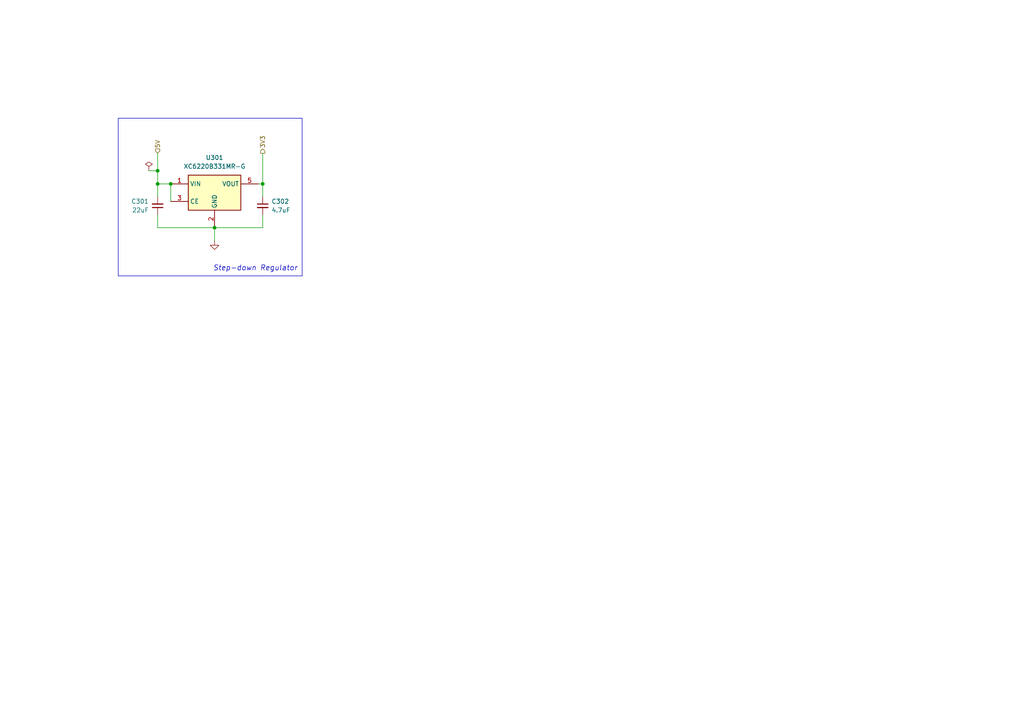
<source format=kicad_sch>
(kicad_sch (version 20230121) (generator eeschema)
  (paper "A4")
  (title_block (rev "A") (company "Joshua Butler, MD, MHI"))
  (lib_symbols
    (symbol "Device:C_Small" (pin_numbers hide) (pin_names (offset 0.254) hide)
      (property "Reference" "C" (at 0.254 1.778 0))
      (property "Value" "C_Small" (at 0.254 -2.032 0))
      (symbol "C_Small_0_1"
        (polyline (pts (xy -1.524 -0.508) (xy 1.524 -0.508)) (stroke (width 0.3302)))
        (polyline (pts (xy -1.524 0.508) (xy 1.524 0.508)) (stroke (width 0.3048)))
      )
      (symbol "C_Small_1_1"
        (pin passive line (at 0 2.54 270) (length 2.032) (name "~") (number "1"))
        (pin passive line (at 0 -2.54 90) (length 2.032) (name "~") (number "2"))
      )
    )
    (symbol "Regulator_Linear:XC6220B331MR"
      (property "Reference" "U" (at 0 8.89 0))
      (property "Value" "XC6220B331MR" (at 0 6.35 0))
      (symbol "XC6220B331MR_0_1"
        (rectangle (start -7.62 5.08) (end 7.62 -5.08) (stroke (width 0.254)) (fill (type background)))
      )
      (symbol "XC6220B331MR_1_1"
        (pin power_in line (at -12.7 2.54 0) (length 5.08) (name "VIN") (number "1"))
        (pin power_in line (at 0 -10.16 90) (length 5.08) (name "GND") (number "2"))
        (pin input line (at -12.7 -2.54 0) (length 5.08) (name "CE") (number "3"))
        (pin no_connect line (at 7.62 -2.54 180) (length 5.08) hide (name "NC") (number "4"))
        (pin power_out line (at 12.7 2.54 180) (length 5.08) (name "VOUT") (number "5"))
      )
    )
    (symbol "power:GND" (power) (pin_names (offset 0))
      (property "Value" "GND" (at 0 -3.81 0))
      (symbol "GND_0_1"
        (polyline (pts (xy 0 0) (xy 0 -1.27) (xy 1.27 -1.27) (xy 0 -2.54) (xy -1.27 -1.27) (xy 0 -1.27)))
      )
      (symbol "GND_1_1"
        (pin power_in line (at 0 0 270) (length 0) hide (name "GND") (number "1"))
      )
    )
    (symbol "power:PWR_FLAG" (power) (pin_numbers hide) (pin_names (offset 0) hide)
      (property "Value" "PWR_FLAG" (at 0 3.81 0))
      (symbol "PWR_FLAG_0_0"
        (pin power_out line (at 0 0 90) (length 0) (name "pwr") (number "1"))
      )
      (symbol "PWR_FLAG_0_1"
        (polyline (pts (xy 0 0) (xy 0 1.27) (xy -1.016 1.905) (xy 0 2.54) (xy 1.016 1.905) (xy 0 1.27)))
      )
    )
  )
  (junction (at 76.2 53.34))
  (junction (at 49.53 53.34))
  (junction (at 45.72 53.34))
  (junction (at 62.23 66.04))
  (junction (at 45.72 49.53))
  (wire (pts (xy 76.2 53.34) (xy 76.2 57.15)))
  (wire (pts (xy 45.72 66.04) (xy 62.23 66.04)))
  (wire (pts (xy 49.53 53.34) (xy 49.53 58.42)))
  (wire (pts (xy 62.23 69.85) (xy 62.23 66.04)))
  (wire (pts (xy 45.72 53.34) (xy 45.72 57.15)))
  (wire (pts (xy 45.72 62.23) (xy 45.72 66.04)))
  (wire (pts (xy 76.2 66.04) (xy 62.23 66.04)))
  (wire (pts (xy 43.18 49.53) (xy 45.72 49.53)))
  (polyline (pts (xy 34.29 34.29) (xy 34.29 80.01)))
  (wire (pts (xy 45.72 49.53) (xy 45.72 53.34)))
  (wire (pts (xy 76.2 62.23) (xy 76.2 66.04)))
  (wire (pts (xy 45.72 44.45) (xy 45.72 49.53)))
  (wire (pts (xy 45.72 53.34) (xy 49.53 53.34)))
  (polyline (pts (xy 87.63 34.29) (xy 87.63 80.01)))
  (polyline (pts (xy 87.63 80.01) (xy 34.29 80.01)))
  (wire (pts (xy 74.93 53.34) (xy 76.2 53.34)))
  (polyline (pts (xy 34.29 34.29) (xy 87.63 34.29)))
  (wire (pts (xy 76.2 44.45) (xy 76.2 53.34)))
  (text "Step-down Regulator" (at 86.36 78.74 0) (effects (font (size 1.5 1.5) italic) (justify right bottom)))
  (hierarchical_label "5V" (shape input) (at 45.72 44.45 90) (property "Intersheetrefs" "${INTERSHEET_REFS}" (effects hide)))
  (hierarchical_label "3V3" (shape output) (at 76.2 44.45 90) (property "Intersheetrefs" "${INTERSHEET_REFS}" (effects hide)))
  (symbol (lib_id "power:PWR_FLAG") (at 43.18 49.53 0) (unit 1)
    (property "Reference" "#FLG0301" (effects hide))
    (property "Value" "PWR_FLAG" (effects hide))
    (instances (project "mini-project-2-wled-board" (path "" (reference "#FLG0301") (unit 1))) (project "iot_playground" (path "" (reference "#FLG0401") (unit 1))))
  )
  (symbol (lib_id "power:GND") (at 62.23 69.85 0) (unit 1)
    (property "Reference" "#PWR0301" (effects hide))
    (property "Value" "GND" (effects hide))
    (instances (project "mini-project-2-wled-board" (path "" (reference "#PWR0301") (unit 1))) (project "iot_playground" (path "" (reference "#PWR0401") (unit 1))))
  )
  (symbol (lib_id "Regulator_Linear:XC6220B331MR") (at 62.23 55.88 0) (unit 1)
    (property "Reference" "U301" (at 62.23 45.72 0))
    (property "Value" "XC6220B331MR-G" (at 62.23 48.26 0))
    (property "Footprint" "Package_TO_SOT_SMD:SOT-23-5" (effects hide))
    (property "Datasheet" "https://www.torexsemi.com/file/xc6220/XC6220.pdf" (effects hide))
    (property "LCSC" "C86534" (effects hide))
    (instances (project "mini-project-2-wled-board" (path "" (reference "U301") (unit 1))) (project "iot_playground" (path "" (reference "U401") (unit 1))))
  )
  (symbol (lib_id "Device:C_Small") (at 45.72 59.69 0) (mirror x) (unit 1)
    (property "Reference" "C301" (at 43.18 58.4135 0) (effects (justify right)))
    (property "Value" "22uF" (at 43.18 60.9535 0) (effects (justify right)))
    (property "Footprint" "Capacitor_SMD:C_0603_1608Metric" (effects hide))
    (property "LCSC" "C59461" (effects hide))
    (instances (project "mini-project-2-wled-board" (path "" (reference "C301") (unit 1))) (project "iot_playground" (path "" (reference "C401") (unit 1))))
  )
  (symbol (lib_id "Device:C_Small") (at 76.2 59.69 0) (unit 1)
    (property "Reference" "C302" (at 78.74 58.4262 0) (effects (justify left)))
    (property "Value" "4.7uF" (at 78.74 60.9662 0) (effects (justify left)))
    (property "Footprint" "Capacitor_SMD:C_0603_1608Metric" (effects hide))
    (property "LCSC" "C19666" (effects hide))
    (instances (project "mini-project-2-wled-board" (path "" (reference "C302") (unit 1))) (project "iot_playground" (path "" (reference "C402") (unit 1))))
  )
)
</source>
